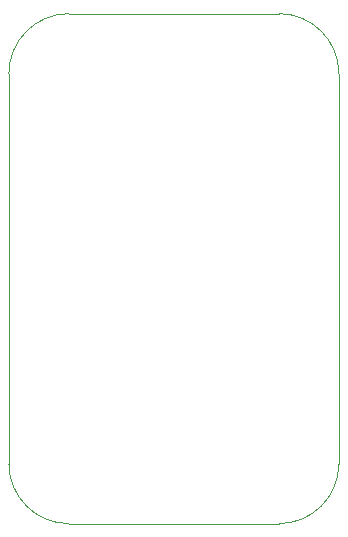
<source format=gbr>
%TF.GenerationSoftware,KiCad,Pcbnew,6.0.11+dfsg-1*%
%TF.CreationDate,2023-09-04T21:51:10-07:00*%
%TF.ProjectId,electrical_intro_project,656c6563-7472-4696-9361-6c5f696e7472,rev?*%
%TF.SameCoordinates,Original*%
%TF.FileFunction,Profile,NP*%
%FSLAX46Y46*%
G04 Gerber Fmt 4.6, Leading zero omitted, Abs format (unit mm)*
G04 Created by KiCad (PCBNEW 6.0.11+dfsg-1) date 2023-09-04 21:51:10*
%MOMM*%
%LPD*%
G01*
G04 APERTURE LIST*
%TA.AperFunction,Profile*%
%ADD10C,0.100000*%
%TD*%
G04 APERTURE END LIST*
D10*
X139700000Y-81280000D02*
X157480000Y-81280000D01*
X157480000Y-124460000D02*
G75*
G03*
X162560000Y-119380000I0J5080000D01*
G01*
X134620000Y-119380000D02*
X134620000Y-86360000D01*
X134620000Y-119380000D02*
G75*
G03*
X139700000Y-124460000I5080000J0D01*
G01*
X139700000Y-81280000D02*
G75*
G03*
X134620000Y-86360000I0J-5080000D01*
G01*
X162560000Y-86360000D02*
G75*
G03*
X157480000Y-81280000I-5080000J0D01*
G01*
X157480000Y-124460000D02*
X139700000Y-124460000D01*
X162560000Y-86360000D02*
X162560000Y-119380000D01*
M02*

</source>
